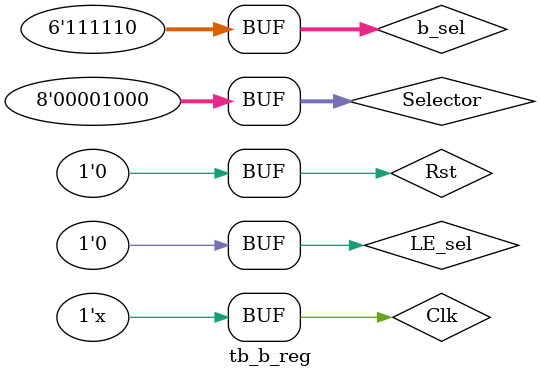
<source format=v>
`timescale 1ns / 1ps


module tb_b_reg;
reg Rst;
reg Clk;
reg[5:0]b_sel;
reg LE_sel;
reg[7:0] Selector;
wire [7:0] Rx;
wire [7:0] Ry;

b_reg uut(
.Rst(Rst),
.Clk(Clk),
.b_sel(b_sel),
.LE_sel(LE_sel),
.Selector(Selector),
.Rx(Rx),
.Ry(Ry)
); 
initial
begin
Rst=1;
Clk=0;
b_sel=0;
LE_sel=0;
Selector=0;
#2 Rst=0; b_sel=6'b000_000; LE_sel=0; LE_sel=8'b00000000;
#2 b_sel=6'b000000; LE_sel=1; Selector=8'b00000001;
#2 b_sel=6'b000001; LE_sel=1; Selector=8'b00000010;
#2 b_sel=6'b000010; LE_sel=1; Selector=8'b00000011;
#2 b_sel=6'b000011; LE_sel=1; Selector=8'b00000100;
#2 b_sel=6'b000100; LE_sel=1; Selector=8'b00000101;
#2 b_sel=6'b000101; LE_sel=1; Selector=8'b00000110;
#2 b_sel=6'b000110; LE_sel=1; Selector=8'b00000111;
#2 b_sel=6'b000111; LE_sel=1; Selector=8'b00001000;

#2 b_sel=6'b001000; LE_sel=0;
#2 b_sel=6'b011010; LE_sel=0;
#2 b_sel=6'b101100; LE_sel=0;
#2 b_sel=6'b111110; LE_sel=0;

end
 always
        #1 Clk = !Clk;
endmodule

</source>
